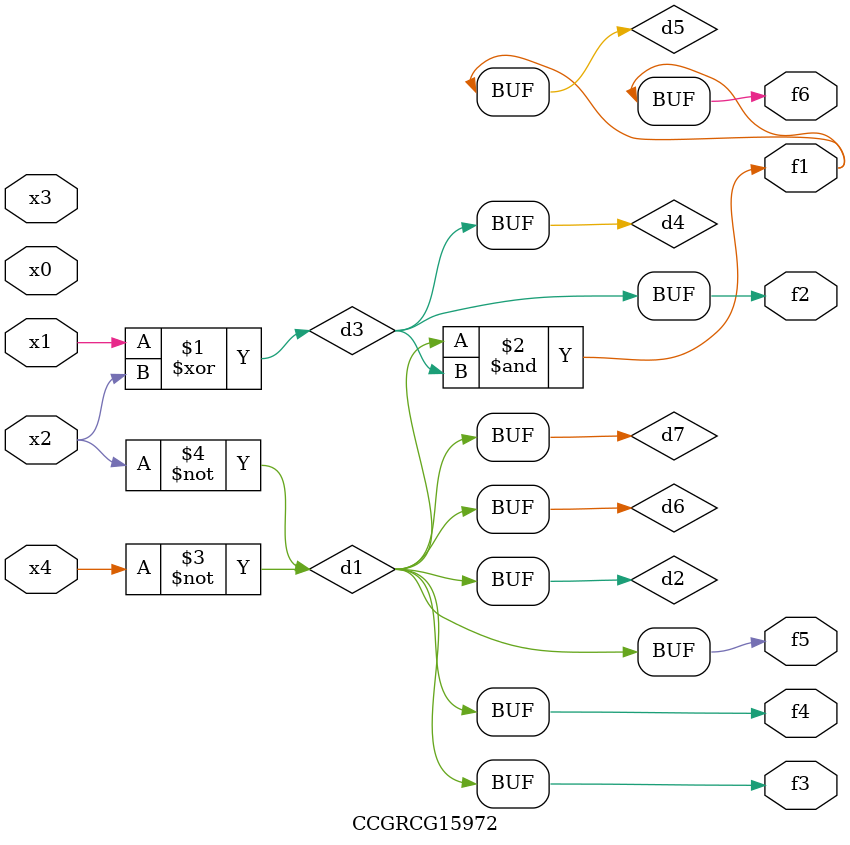
<source format=v>
module CCGRCG15972(
	input x0, x1, x2, x3, x4,
	output f1, f2, f3, f4, f5, f6
);

	wire d1, d2, d3, d4, d5, d6, d7;

	not (d1, x4);
	not (d2, x2);
	xor (d3, x1, x2);
	buf (d4, d3);
	and (d5, d1, d3);
	buf (d6, d1, d2);
	buf (d7, d2);
	assign f1 = d5;
	assign f2 = d4;
	assign f3 = d7;
	assign f4 = d7;
	assign f5 = d7;
	assign f6 = d5;
endmodule

</source>
